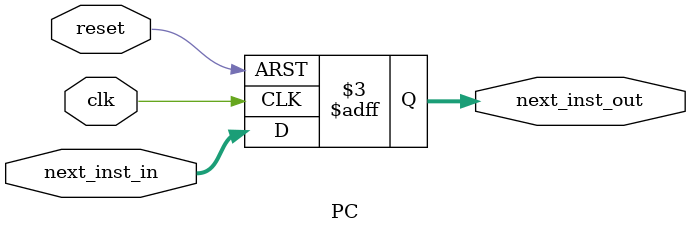
<source format=v>
`timescale 1ns / 1ps
module PC(
	input [31:0] next_inst_in,
	input clk,
	input reset,
	output reg [31:0] next_inst_out
);

always @ (posedge clk or posedge reset) 
	begin
		if(reset == 1)
			next_inst_out <= 0;
		else
			next_inst_out <= next_inst_in;
	end
endmodule
</source>
